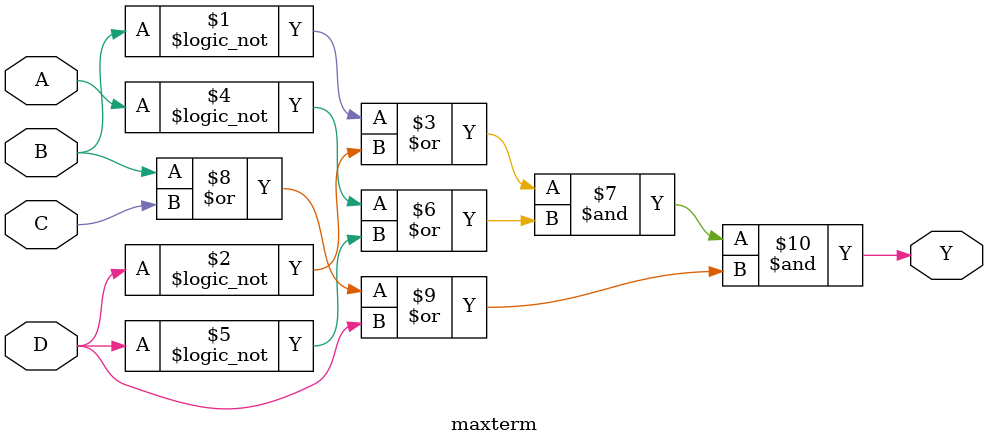
<source format=v>
module maxterm (
    input A, B, C, D,
    output Y
);

assign Y = (!B | !D ) &
           (!A | !D ) &
           (B | C | D );// Enter your equation here

endmodule
</source>
